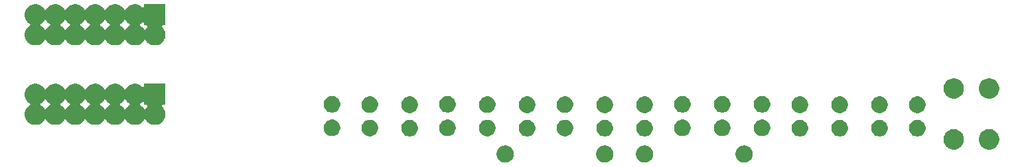
<source format=gbr>
G04 #@! TF.GenerationSoftware,KiCad,Pcbnew,(5.1.5)-3*
G04 #@! TF.CreationDate,2021-02-24T13:15:57+01:00*
G04 #@! TF.ProjectId,Projekt,50726f6a-656b-4742-9e6b-696361645f70,rev?*
G04 #@! TF.SameCoordinates,PX3778af0PY9765530*
G04 #@! TF.FileFunction,Soldermask,Top*
G04 #@! TF.FilePolarity,Negative*
%FSLAX46Y46*%
G04 Gerber Fmt 4.6, Leading zero omitted, Abs format (unit mm)*
G04 Created by KiCad (PCBNEW (5.1.5)-3) date 2021-02-24 13:15:57*
%MOMM*%
%LPD*%
G04 APERTURE LIST*
%ADD10C,0.100000*%
G04 APERTURE END LIST*
D10*
G36*
X99528599Y6412864D02*
G01*
X99634860Y6391727D01*
X99835047Y6308807D01*
X100015209Y6188426D01*
X100168426Y6035209D01*
X100288807Y5855047D01*
X100371727Y5654860D01*
X100414000Y5442339D01*
X100414000Y5225661D01*
X100371727Y5013140D01*
X100288807Y4812953D01*
X100168426Y4632791D01*
X100015209Y4479574D01*
X99835047Y4359193D01*
X99634860Y4276273D01*
X99528600Y4255137D01*
X99422341Y4234000D01*
X99205659Y4234000D01*
X99099400Y4255137D01*
X98993140Y4276273D01*
X98792953Y4359193D01*
X98612791Y4479574D01*
X98459574Y4632791D01*
X98339193Y4812953D01*
X98256273Y5013140D01*
X98214000Y5225661D01*
X98214000Y5442339D01*
X98256273Y5654860D01*
X98339193Y5855047D01*
X98459574Y6035209D01*
X98612791Y6188426D01*
X98792953Y6308807D01*
X98993140Y6391727D01*
X99099401Y6412864D01*
X99205659Y6434000D01*
X99422341Y6434000D01*
X99528599Y6412864D01*
G37*
G36*
X69048599Y6412864D02*
G01*
X69154860Y6391727D01*
X69355047Y6308807D01*
X69535209Y6188426D01*
X69688426Y6035209D01*
X69808807Y5855047D01*
X69891727Y5654860D01*
X69934000Y5442339D01*
X69934000Y5225661D01*
X69891727Y5013140D01*
X69808807Y4812953D01*
X69688426Y4632791D01*
X69535209Y4479574D01*
X69355047Y4359193D01*
X69154860Y4276273D01*
X69048600Y4255137D01*
X68942341Y4234000D01*
X68725659Y4234000D01*
X68619400Y4255137D01*
X68513140Y4276273D01*
X68312953Y4359193D01*
X68132791Y4479574D01*
X67979574Y4632791D01*
X67859193Y4812953D01*
X67776273Y5013140D01*
X67734000Y5225661D01*
X67734000Y5442339D01*
X67776273Y5654860D01*
X67859193Y5855047D01*
X67979574Y6035209D01*
X68132791Y6188426D01*
X68312953Y6308807D01*
X68513140Y6391727D01*
X68619401Y6412864D01*
X68725659Y6434000D01*
X68942341Y6434000D01*
X69048599Y6412864D01*
G37*
G36*
X81748599Y6412864D02*
G01*
X81854860Y6391727D01*
X82055047Y6308807D01*
X82235209Y6188426D01*
X82388426Y6035209D01*
X82508807Y5855047D01*
X82591727Y5654860D01*
X82634000Y5442339D01*
X82634000Y5225661D01*
X82591727Y5013140D01*
X82508807Y4812953D01*
X82388426Y4632791D01*
X82235209Y4479574D01*
X82055047Y4359193D01*
X81854860Y4276273D01*
X81748600Y4255137D01*
X81642341Y4234000D01*
X81425659Y4234000D01*
X81319400Y4255137D01*
X81213140Y4276273D01*
X81012953Y4359193D01*
X80832791Y4479574D01*
X80679574Y4632791D01*
X80559193Y4812953D01*
X80476273Y5013140D01*
X80434000Y5225661D01*
X80434000Y5442339D01*
X80476273Y5654860D01*
X80559193Y5855047D01*
X80679574Y6035209D01*
X80832791Y6188426D01*
X81012953Y6308807D01*
X81213140Y6391727D01*
X81319401Y6412864D01*
X81425659Y6434000D01*
X81642341Y6434000D01*
X81748599Y6412864D01*
G37*
G36*
X86828599Y6412864D02*
G01*
X86934860Y6391727D01*
X87135047Y6308807D01*
X87315209Y6188426D01*
X87468426Y6035209D01*
X87588807Y5855047D01*
X87671727Y5654860D01*
X87714000Y5442339D01*
X87714000Y5225661D01*
X87671727Y5013140D01*
X87588807Y4812953D01*
X87468426Y4632791D01*
X87315209Y4479574D01*
X87135047Y4359193D01*
X86934860Y4276273D01*
X86828600Y4255137D01*
X86722341Y4234000D01*
X86505659Y4234000D01*
X86399400Y4255137D01*
X86293140Y4276273D01*
X86092953Y4359193D01*
X85912791Y4479574D01*
X85759574Y4632791D01*
X85639193Y4812953D01*
X85556273Y5013140D01*
X85514000Y5225661D01*
X85514000Y5442339D01*
X85556273Y5654860D01*
X85639193Y5855047D01*
X85759574Y6035209D01*
X85912791Y6188426D01*
X86092953Y6308807D01*
X86293140Y6391727D01*
X86399401Y6412864D01*
X86505659Y6434000D01*
X86722341Y6434000D01*
X86828599Y6412864D01*
G37*
G36*
X130935196Y8466042D02*
G01*
X131171781Y8368045D01*
X131381874Y8227666D01*
X131384705Y8225774D01*
X131565774Y8044705D01*
X131565776Y8044702D01*
X131708045Y7831781D01*
X131806042Y7595196D01*
X131856000Y7344039D01*
X131856000Y7087961D01*
X131806042Y6836804D01*
X131730246Y6653816D01*
X131708046Y6600221D01*
X131565774Y6387295D01*
X131384705Y6206226D01*
X131384702Y6206224D01*
X131171781Y6063955D01*
X130935196Y5965958D01*
X130684039Y5916000D01*
X130427961Y5916000D01*
X130176804Y5965958D01*
X129940219Y6063955D01*
X129727298Y6206224D01*
X129727295Y6206226D01*
X129546226Y6387295D01*
X129403954Y6600221D01*
X129381754Y6653816D01*
X129305958Y6836804D01*
X129256000Y7087961D01*
X129256000Y7344039D01*
X129305958Y7595196D01*
X129403955Y7831781D01*
X129546224Y8044702D01*
X129546226Y8044705D01*
X129727295Y8225774D01*
X129730126Y8227666D01*
X129940219Y8368045D01*
X130176804Y8466042D01*
X130427961Y8516000D01*
X130684039Y8516000D01*
X130935196Y8466042D01*
G37*
G36*
X126435196Y8466042D02*
G01*
X126671781Y8368045D01*
X126881874Y8227666D01*
X126884705Y8225774D01*
X127065774Y8044705D01*
X127065776Y8044702D01*
X127208045Y7831781D01*
X127306042Y7595196D01*
X127356000Y7344039D01*
X127356000Y7087961D01*
X127306042Y6836804D01*
X127230246Y6653816D01*
X127208046Y6600221D01*
X127065774Y6387295D01*
X126884705Y6206226D01*
X126884702Y6206224D01*
X126671781Y6063955D01*
X126435196Y5965958D01*
X126184039Y5916000D01*
X125927961Y5916000D01*
X125676804Y5965958D01*
X125440219Y6063955D01*
X125227298Y6206224D01*
X125227295Y6206226D01*
X125046226Y6387295D01*
X124903954Y6600221D01*
X124881754Y6653816D01*
X124805958Y6836804D01*
X124756000Y7087961D01*
X124756000Y7344039D01*
X124805958Y7595196D01*
X124903955Y7831781D01*
X125046224Y8044702D01*
X125046226Y8044705D01*
X125227295Y8225774D01*
X125230126Y8227666D01*
X125440219Y8368045D01*
X125676804Y8466042D01*
X125927961Y8516000D01*
X126184039Y8516000D01*
X126435196Y8466042D01*
G37*
G36*
X86923774Y9657188D02*
G01*
X87117046Y9577133D01*
X87290986Y9460910D01*
X87438910Y9312986D01*
X87555133Y9139046D01*
X87635188Y8945774D01*
X87676000Y8740598D01*
X87676000Y8531402D01*
X87635188Y8326226D01*
X87555133Y8132954D01*
X87438910Y7959014D01*
X87290986Y7811090D01*
X87117046Y7694867D01*
X86923774Y7614812D01*
X86718598Y7574000D01*
X86509402Y7574000D01*
X86304226Y7614812D01*
X86110954Y7694867D01*
X85937014Y7811090D01*
X85789090Y7959014D01*
X85672867Y8132954D01*
X85592812Y8326226D01*
X85552000Y8531402D01*
X85552000Y8740598D01*
X85592812Y8945774D01*
X85672867Y9139046D01*
X85789090Y9312986D01*
X85937014Y9460910D01*
X86110954Y9577133D01*
X86304226Y9657188D01*
X86509402Y9698000D01*
X86718598Y9698000D01*
X86923774Y9657188D01*
G37*
G36*
X71937774Y9657188D02*
G01*
X72131046Y9577133D01*
X72304986Y9460910D01*
X72452910Y9312986D01*
X72569133Y9139046D01*
X72649188Y8945774D01*
X72690000Y8740598D01*
X72690000Y8531402D01*
X72649188Y8326226D01*
X72569133Y8132954D01*
X72452910Y7959014D01*
X72304986Y7811090D01*
X72131046Y7694867D01*
X71937774Y7614812D01*
X71732598Y7574000D01*
X71523402Y7574000D01*
X71318226Y7614812D01*
X71124954Y7694867D01*
X70951014Y7811090D01*
X70803090Y7959014D01*
X70686867Y8132954D01*
X70606812Y8326226D01*
X70566000Y8531402D01*
X70566000Y8740598D01*
X70606812Y8945774D01*
X70686867Y9139046D01*
X70803090Y9312986D01*
X70951014Y9460910D01*
X71124954Y9577133D01*
X71318226Y9657188D01*
X71523402Y9698000D01*
X71732598Y9698000D01*
X71937774Y9657188D01*
G37*
G36*
X56951774Y9657188D02*
G01*
X57145046Y9577133D01*
X57318986Y9460910D01*
X57466910Y9312986D01*
X57583133Y9139046D01*
X57663188Y8945774D01*
X57704000Y8740598D01*
X57704000Y8531402D01*
X57663188Y8326226D01*
X57583133Y8132954D01*
X57466910Y7959014D01*
X57318986Y7811090D01*
X57145046Y7694867D01*
X56951774Y7614812D01*
X56746598Y7574000D01*
X56537402Y7574000D01*
X56332226Y7614812D01*
X56138954Y7694867D01*
X55965014Y7811090D01*
X55817090Y7959014D01*
X55700867Y8132954D01*
X55620812Y8326226D01*
X55580000Y8531402D01*
X55580000Y8740598D01*
X55620812Y8945774D01*
X55700867Y9139046D01*
X55817090Y9312986D01*
X55965014Y9460910D01*
X56138954Y9577133D01*
X56332226Y9657188D01*
X56537402Y9698000D01*
X56746598Y9698000D01*
X56951774Y9657188D01*
G37*
G36*
X106735774Y9657188D02*
G01*
X106929046Y9577133D01*
X107102986Y9460910D01*
X107250910Y9312986D01*
X107367133Y9139046D01*
X107447188Y8945774D01*
X107488000Y8740598D01*
X107488000Y8531402D01*
X107447188Y8326226D01*
X107367133Y8132954D01*
X107250910Y7959014D01*
X107102986Y7811090D01*
X106929046Y7694867D01*
X106735774Y7614812D01*
X106530598Y7574000D01*
X106321402Y7574000D01*
X106116226Y7614812D01*
X105922954Y7694867D01*
X105749014Y7811090D01*
X105601090Y7959014D01*
X105484867Y8132954D01*
X105404812Y8326226D01*
X105364000Y8531402D01*
X105364000Y8740598D01*
X105404812Y8945774D01*
X105484867Y9139046D01*
X105601090Y9312986D01*
X105749014Y9460910D01*
X105922954Y9577133D01*
X106116226Y9657188D01*
X106321402Y9698000D01*
X106530598Y9698000D01*
X106735774Y9657188D01*
G37*
G36*
X121721774Y9657188D02*
G01*
X121915046Y9577133D01*
X122088986Y9460910D01*
X122236910Y9312986D01*
X122353133Y9139046D01*
X122433188Y8945774D01*
X122474000Y8740598D01*
X122474000Y8531402D01*
X122433188Y8326226D01*
X122353133Y8132954D01*
X122236910Y7959014D01*
X122088986Y7811090D01*
X121915046Y7694867D01*
X121721774Y7614812D01*
X121516598Y7574000D01*
X121307402Y7574000D01*
X121102226Y7614812D01*
X120908954Y7694867D01*
X120735014Y7811090D01*
X120587090Y7959014D01*
X120470867Y8132954D01*
X120390812Y8326226D01*
X120350000Y8531402D01*
X120350000Y8740598D01*
X120390812Y8945774D01*
X120470867Y9139046D01*
X120587090Y9312986D01*
X120735014Y9460910D01*
X120908954Y9577133D01*
X121102226Y9657188D01*
X121307402Y9698000D01*
X121516598Y9698000D01*
X121721774Y9657188D01*
G37*
G36*
X111815774Y9657188D02*
G01*
X112009046Y9577133D01*
X112182986Y9460910D01*
X112330910Y9312986D01*
X112447133Y9139046D01*
X112527188Y8945774D01*
X112568000Y8740598D01*
X112568000Y8531402D01*
X112527188Y8326226D01*
X112447133Y8132954D01*
X112330910Y7959014D01*
X112182986Y7811090D01*
X112009046Y7694867D01*
X111815774Y7614812D01*
X111610598Y7574000D01*
X111401402Y7574000D01*
X111196226Y7614812D01*
X111002954Y7694867D01*
X110829014Y7811090D01*
X110681090Y7959014D01*
X110564867Y8132954D01*
X110484812Y8326226D01*
X110444000Y8531402D01*
X110444000Y8740598D01*
X110484812Y8945774D01*
X110564867Y9139046D01*
X110681090Y9312986D01*
X110829014Y9460910D01*
X111002954Y9577133D01*
X111196226Y9657188D01*
X111401402Y9698000D01*
X111610598Y9698000D01*
X111815774Y9657188D01*
G37*
G36*
X81843774Y9657188D02*
G01*
X82037046Y9577133D01*
X82210986Y9460910D01*
X82358910Y9312986D01*
X82475133Y9139046D01*
X82555188Y8945774D01*
X82596000Y8740598D01*
X82596000Y8531402D01*
X82555188Y8326226D01*
X82475133Y8132954D01*
X82358910Y7959014D01*
X82210986Y7811090D01*
X82037046Y7694867D01*
X81843774Y7614812D01*
X81638598Y7574000D01*
X81429402Y7574000D01*
X81224226Y7614812D01*
X81030954Y7694867D01*
X80857014Y7811090D01*
X80709090Y7959014D01*
X80592867Y8132954D01*
X80512812Y8326226D01*
X80472000Y8531402D01*
X80472000Y8740598D01*
X80512812Y8945774D01*
X80592867Y9139046D01*
X80709090Y9312986D01*
X80857014Y9460910D01*
X81030954Y9577133D01*
X81224226Y9657188D01*
X81429402Y9698000D01*
X81638598Y9698000D01*
X81843774Y9657188D01*
G37*
G36*
X116895774Y9657188D02*
G01*
X117089046Y9577133D01*
X117262986Y9460910D01*
X117410910Y9312986D01*
X117527133Y9139046D01*
X117607188Y8945774D01*
X117648000Y8740598D01*
X117648000Y8531402D01*
X117607188Y8326226D01*
X117527133Y8132954D01*
X117410910Y7959014D01*
X117262986Y7811090D01*
X117089046Y7694867D01*
X116895774Y7614812D01*
X116690598Y7574000D01*
X116481402Y7574000D01*
X116276226Y7614812D01*
X116082954Y7694867D01*
X115909014Y7811090D01*
X115761090Y7959014D01*
X115644867Y8132954D01*
X115564812Y8326226D01*
X115524000Y8531402D01*
X115524000Y8740598D01*
X115564812Y8945774D01*
X115644867Y9139046D01*
X115761090Y9312986D01*
X115909014Y9460910D01*
X116082954Y9577133D01*
X116276226Y9657188D01*
X116481402Y9698000D01*
X116690598Y9698000D01*
X116895774Y9657188D01*
G37*
G36*
X76763774Y9681188D02*
G01*
X76957046Y9601133D01*
X77130986Y9484910D01*
X77278910Y9336986D01*
X77395133Y9163046D01*
X77475188Y8969774D01*
X77516000Y8764598D01*
X77516000Y8555402D01*
X77475188Y8350226D01*
X77395133Y8156954D01*
X77278910Y7983014D01*
X77130986Y7835090D01*
X76957046Y7718867D01*
X76763774Y7638812D01*
X76558598Y7598000D01*
X76349402Y7598000D01*
X76144226Y7638812D01*
X75950954Y7718867D01*
X75777014Y7835090D01*
X75629090Y7983014D01*
X75512867Y8156954D01*
X75432812Y8350226D01*
X75392000Y8555402D01*
X75392000Y8764598D01*
X75432812Y8969774D01*
X75512867Y9163046D01*
X75629090Y9336986D01*
X75777014Y9484910D01*
X75950954Y9601133D01*
X76144226Y9681188D01*
X76349402Y9722000D01*
X76558598Y9722000D01*
X76763774Y9681188D01*
G37*
G36*
X51871774Y9681188D02*
G01*
X52065046Y9601133D01*
X52238986Y9484910D01*
X52386910Y9336986D01*
X52503133Y9163046D01*
X52583188Y8969774D01*
X52624000Y8764598D01*
X52624000Y8555402D01*
X52583188Y8350226D01*
X52503133Y8156954D01*
X52386910Y7983014D01*
X52238986Y7835090D01*
X52065046Y7718867D01*
X51871774Y7638812D01*
X51666598Y7598000D01*
X51457402Y7598000D01*
X51252226Y7638812D01*
X51058954Y7718867D01*
X50885014Y7835090D01*
X50737090Y7983014D01*
X50620867Y8156954D01*
X50540812Y8350226D01*
X50500000Y8555402D01*
X50500000Y8764598D01*
X50540812Y8969774D01*
X50620867Y9163046D01*
X50737090Y9336986D01*
X50885014Y9484910D01*
X51058954Y9601133D01*
X51252226Y9681188D01*
X51457402Y9722000D01*
X51666598Y9722000D01*
X51871774Y9681188D01*
G37*
G36*
X66857774Y9681188D02*
G01*
X67051046Y9601133D01*
X67224986Y9484910D01*
X67372910Y9336986D01*
X67489133Y9163046D01*
X67569188Y8969774D01*
X67610000Y8764598D01*
X67610000Y8555402D01*
X67569188Y8350226D01*
X67489133Y8156954D01*
X67372910Y7983014D01*
X67224986Y7835090D01*
X67051046Y7718867D01*
X66857774Y7638812D01*
X66652598Y7598000D01*
X66443402Y7598000D01*
X66238226Y7638812D01*
X66044954Y7718867D01*
X65871014Y7835090D01*
X65723090Y7983014D01*
X65606867Y8156954D01*
X65526812Y8350226D01*
X65486000Y8555402D01*
X65486000Y8764598D01*
X65526812Y8969774D01*
X65606867Y9163046D01*
X65723090Y9336986D01*
X65871014Y9484910D01*
X66044954Y9601133D01*
X66238226Y9681188D01*
X66443402Y9722000D01*
X66652598Y9722000D01*
X66857774Y9681188D01*
G37*
G36*
X91749774Y9705188D02*
G01*
X91943046Y9625133D01*
X92116986Y9508910D01*
X92264910Y9360986D01*
X92381133Y9187046D01*
X92461188Y8993774D01*
X92502000Y8788598D01*
X92502000Y8579402D01*
X92461188Y8374226D01*
X92381133Y8180954D01*
X92264910Y8007014D01*
X92116986Y7859090D01*
X91943046Y7742867D01*
X91749774Y7662812D01*
X91544598Y7622000D01*
X91335402Y7622000D01*
X91130226Y7662812D01*
X90936954Y7742867D01*
X90763014Y7859090D01*
X90615090Y8007014D01*
X90498867Y8180954D01*
X90418812Y8374226D01*
X90378000Y8579402D01*
X90378000Y8788598D01*
X90418812Y8993774D01*
X90498867Y9187046D01*
X90615090Y9360986D01*
X90763014Y9508910D01*
X90936954Y9625133D01*
X91130226Y9705188D01*
X91335402Y9746000D01*
X91544598Y9746000D01*
X91749774Y9705188D01*
G37*
G36*
X96829774Y9705188D02*
G01*
X97023046Y9625133D01*
X97196986Y9508910D01*
X97344910Y9360986D01*
X97461133Y9187046D01*
X97541188Y8993774D01*
X97582000Y8788598D01*
X97582000Y8579402D01*
X97541188Y8374226D01*
X97461133Y8180954D01*
X97344910Y8007014D01*
X97196986Y7859090D01*
X97023046Y7742867D01*
X96829774Y7662812D01*
X96624598Y7622000D01*
X96415402Y7622000D01*
X96210226Y7662812D01*
X96016954Y7742867D01*
X95843014Y7859090D01*
X95695090Y8007014D01*
X95578867Y8180954D01*
X95498812Y8374226D01*
X95458000Y8579402D01*
X95458000Y8788598D01*
X95498812Y8993774D01*
X95578867Y9187046D01*
X95695090Y9360986D01*
X95843014Y9508910D01*
X96016954Y9625133D01*
X96210226Y9705188D01*
X96415402Y9746000D01*
X96624598Y9746000D01*
X96829774Y9705188D01*
G37*
G36*
X101909774Y9705188D02*
G01*
X102103046Y9625133D01*
X102276986Y9508910D01*
X102424910Y9360986D01*
X102541133Y9187046D01*
X102621188Y8993774D01*
X102662000Y8788598D01*
X102662000Y8579402D01*
X102621188Y8374226D01*
X102541133Y8180954D01*
X102424910Y8007014D01*
X102276986Y7859090D01*
X102103046Y7742867D01*
X101909774Y7662812D01*
X101704598Y7622000D01*
X101495402Y7622000D01*
X101290226Y7662812D01*
X101096954Y7742867D01*
X100923014Y7859090D01*
X100775090Y8007014D01*
X100658867Y8180954D01*
X100578812Y8374226D01*
X100538000Y8579402D01*
X100538000Y8788598D01*
X100578812Y8993774D01*
X100658867Y9187046D01*
X100775090Y9360986D01*
X100923014Y9508910D01*
X101096954Y9625133D01*
X101290226Y9705188D01*
X101495402Y9746000D01*
X101704598Y9746000D01*
X101909774Y9705188D01*
G37*
G36*
X61777774Y9705188D02*
G01*
X61971046Y9625133D01*
X62144986Y9508910D01*
X62292910Y9360986D01*
X62409133Y9187046D01*
X62489188Y8993774D01*
X62530000Y8788598D01*
X62530000Y8579402D01*
X62489188Y8374226D01*
X62409133Y8180954D01*
X62292910Y8007014D01*
X62144986Y7859090D01*
X61971046Y7742867D01*
X61777774Y7662812D01*
X61572598Y7622000D01*
X61363402Y7622000D01*
X61158226Y7662812D01*
X60964954Y7742867D01*
X60791014Y7859090D01*
X60643090Y8007014D01*
X60526867Y8180954D01*
X60446812Y8374226D01*
X60406000Y8579402D01*
X60406000Y8788598D01*
X60446812Y8993774D01*
X60526867Y9187046D01*
X60643090Y9360986D01*
X60791014Y9508910D01*
X60964954Y9625133D01*
X61158226Y9705188D01*
X61363402Y9746000D01*
X61572598Y9746000D01*
X61777774Y9705188D01*
G37*
G36*
X47045774Y9705188D02*
G01*
X47239046Y9625133D01*
X47412986Y9508910D01*
X47560910Y9360986D01*
X47677133Y9187046D01*
X47757188Y8993774D01*
X47798000Y8788598D01*
X47798000Y8579402D01*
X47757188Y8374226D01*
X47677133Y8180954D01*
X47560910Y8007014D01*
X47412986Y7859090D01*
X47239046Y7742867D01*
X47045774Y7662812D01*
X46840598Y7622000D01*
X46631402Y7622000D01*
X46426226Y7662812D01*
X46232954Y7742867D01*
X46059014Y7859090D01*
X45911090Y8007014D01*
X45794867Y8180954D01*
X45714812Y8374226D01*
X45674000Y8579402D01*
X45674000Y8788598D01*
X45714812Y8993774D01*
X45794867Y9187046D01*
X45911090Y9360986D01*
X46059014Y9508910D01*
X46232954Y9625133D01*
X46426226Y9705188D01*
X46631402Y9746000D01*
X46840598Y9746000D01*
X47045774Y9705188D01*
G37*
G36*
X9283782Y14252120D02*
G01*
X9529463Y14150355D01*
X9529465Y14150354D01*
X9745424Y14006055D01*
X9750578Y14002611D01*
X9938614Y13814575D01*
X10035281Y13669903D01*
X10053935Y13647173D01*
X10076665Y13628518D01*
X10102598Y13614657D01*
X10130737Y13606121D01*
X10160000Y13603239D01*
X10189264Y13606121D01*
X10217402Y13614657D01*
X10243335Y13628519D01*
X10266065Y13647173D01*
X10284719Y13669903D01*
X10381386Y13814575D01*
X10569422Y14002611D01*
X10574576Y14006055D01*
X10790535Y14150354D01*
X10790537Y14150355D01*
X11036218Y14252120D01*
X11297037Y14304000D01*
X11562963Y14304000D01*
X11823782Y14252120D01*
X12069463Y14150355D01*
X12069465Y14150354D01*
X12285424Y14006055D01*
X12290578Y14002611D01*
X12478614Y13814575D01*
X12575281Y13669903D01*
X12593935Y13647173D01*
X12616665Y13628518D01*
X12642598Y13614657D01*
X12670737Y13606121D01*
X12700000Y13603239D01*
X12729264Y13606121D01*
X12757402Y13614657D01*
X12783335Y13628519D01*
X12806065Y13647173D01*
X12824719Y13669903D01*
X12921386Y13814575D01*
X13109422Y14002611D01*
X13114576Y14006055D01*
X13330535Y14150354D01*
X13330537Y14150355D01*
X13576218Y14252120D01*
X13837037Y14304000D01*
X14102963Y14304000D01*
X14363782Y14252120D01*
X14609463Y14150355D01*
X14609465Y14150354D01*
X14825424Y14006055D01*
X14830578Y14002611D01*
X15018614Y13814575D01*
X15115281Y13669903D01*
X15133935Y13647173D01*
X15156665Y13628518D01*
X15182598Y13614657D01*
X15210737Y13606121D01*
X15240000Y13603239D01*
X15269264Y13606121D01*
X15297402Y13614657D01*
X15323335Y13628519D01*
X15346065Y13647173D01*
X15364719Y13669903D01*
X15461386Y13814575D01*
X15649422Y14002611D01*
X15654576Y14006055D01*
X15870535Y14150354D01*
X15870537Y14150355D01*
X16116218Y14252120D01*
X16377037Y14304000D01*
X16642963Y14304000D01*
X16903782Y14252120D01*
X17149463Y14150355D01*
X17149465Y14150354D01*
X17365424Y14006055D01*
X17370578Y14002611D01*
X17558614Y13814575D01*
X17655281Y13669903D01*
X17673935Y13647173D01*
X17696665Y13628518D01*
X17722598Y13614657D01*
X17750737Y13606121D01*
X17780000Y13603239D01*
X17809264Y13606121D01*
X17837402Y13614657D01*
X17863335Y13628519D01*
X17886065Y13647173D01*
X17904719Y13669903D01*
X18001386Y13814575D01*
X18189422Y14002611D01*
X18194576Y14006055D01*
X18410535Y14150354D01*
X18410537Y14150355D01*
X18656218Y14252120D01*
X18917037Y14304000D01*
X19182963Y14304000D01*
X19443782Y14252120D01*
X19689463Y14150355D01*
X19689465Y14150354D01*
X19905424Y14006055D01*
X19910578Y14002611D01*
X20098614Y13814575D01*
X20195281Y13669903D01*
X20213935Y13647173D01*
X20236665Y13628518D01*
X20262598Y13614657D01*
X20290737Y13606121D01*
X20320000Y13603239D01*
X20349264Y13606121D01*
X20377402Y13614657D01*
X20403335Y13628519D01*
X20426065Y13647173D01*
X20444719Y13669903D01*
X20541386Y13814575D01*
X20729422Y14002611D01*
X20734576Y14006055D01*
X20950535Y14150354D01*
X20950537Y14150355D01*
X21196218Y14252120D01*
X21457037Y14304000D01*
X21722963Y14304000D01*
X21983782Y14252120D01*
X22229463Y14150355D01*
X22229465Y14150354D01*
X22445424Y14006055D01*
X22450578Y14002611D01*
X22523936Y13929253D01*
X22546666Y13910598D01*
X22572599Y13896737D01*
X22600738Y13888201D01*
X22630001Y13885319D01*
X22659264Y13888201D01*
X22687403Y13896737D01*
X22713336Y13910598D01*
X22736066Y13929253D01*
X22754721Y13951983D01*
X22768582Y13977916D01*
X22777118Y14006055D01*
X22780000Y14035318D01*
X22780000Y14304000D01*
X25480000Y14304000D01*
X25480000Y11604000D01*
X25211318Y11604000D01*
X25182055Y11601118D01*
X25153916Y11592582D01*
X25127983Y11578721D01*
X25105253Y11560066D01*
X25086598Y11537336D01*
X25072737Y11511403D01*
X25064201Y11483264D01*
X25061319Y11454001D01*
X25064201Y11424738D01*
X25072737Y11396599D01*
X25086598Y11370666D01*
X25105253Y11347936D01*
X25178611Y11274578D01*
X25178613Y11274575D01*
X25317898Y11066121D01*
X25326355Y11053463D01*
X25428120Y10807782D01*
X25480000Y10546963D01*
X25480000Y10281037D01*
X25428120Y10020218D01*
X25326355Y9774537D01*
X25326354Y9774535D01*
X25180577Y9556364D01*
X25178611Y9553422D01*
X24990578Y9365389D01*
X24990575Y9365387D01*
X24769465Y9217646D01*
X24769464Y9217645D01*
X24769463Y9217645D01*
X24523782Y9115880D01*
X24262963Y9064000D01*
X23997037Y9064000D01*
X23736218Y9115880D01*
X23490537Y9217645D01*
X23490536Y9217645D01*
X23490535Y9217646D01*
X23269425Y9365387D01*
X23269422Y9365389D01*
X23081386Y9553425D01*
X22984719Y9698097D01*
X22966065Y9720827D01*
X22943335Y9739482D01*
X22917402Y9753343D01*
X22889263Y9761879D01*
X22860000Y9764761D01*
X22830736Y9761879D01*
X22802598Y9753343D01*
X22776665Y9739481D01*
X22753935Y9720827D01*
X22735281Y9698097D01*
X22638614Y9553425D01*
X22450578Y9365389D01*
X22450575Y9365387D01*
X22229465Y9217646D01*
X22229464Y9217645D01*
X22229463Y9217645D01*
X21983782Y9115880D01*
X21722963Y9064000D01*
X21457037Y9064000D01*
X21196218Y9115880D01*
X20950537Y9217645D01*
X20950536Y9217645D01*
X20950535Y9217646D01*
X20729425Y9365387D01*
X20729422Y9365389D01*
X20541386Y9553425D01*
X20444719Y9698097D01*
X20426065Y9720827D01*
X20403335Y9739482D01*
X20377402Y9753343D01*
X20349263Y9761879D01*
X20320000Y9764761D01*
X20290736Y9761879D01*
X20262598Y9753343D01*
X20236665Y9739481D01*
X20213935Y9720827D01*
X20195281Y9698097D01*
X20098614Y9553425D01*
X19910578Y9365389D01*
X19910575Y9365387D01*
X19689465Y9217646D01*
X19689464Y9217645D01*
X19689463Y9217645D01*
X19443782Y9115880D01*
X19182963Y9064000D01*
X18917037Y9064000D01*
X18656218Y9115880D01*
X18410537Y9217645D01*
X18410536Y9217645D01*
X18410535Y9217646D01*
X18189425Y9365387D01*
X18189422Y9365389D01*
X18001386Y9553425D01*
X17904719Y9698097D01*
X17886065Y9720827D01*
X17863335Y9739482D01*
X17837402Y9753343D01*
X17809263Y9761879D01*
X17780000Y9764761D01*
X17750736Y9761879D01*
X17722598Y9753343D01*
X17696665Y9739481D01*
X17673935Y9720827D01*
X17655281Y9698097D01*
X17558614Y9553425D01*
X17370578Y9365389D01*
X17370575Y9365387D01*
X17149465Y9217646D01*
X17149464Y9217645D01*
X17149463Y9217645D01*
X16903782Y9115880D01*
X16642963Y9064000D01*
X16377037Y9064000D01*
X16116218Y9115880D01*
X15870537Y9217645D01*
X15870536Y9217645D01*
X15870535Y9217646D01*
X15649425Y9365387D01*
X15649422Y9365389D01*
X15461386Y9553425D01*
X15364719Y9698097D01*
X15346065Y9720827D01*
X15323335Y9739482D01*
X15297402Y9753343D01*
X15269263Y9761879D01*
X15240000Y9764761D01*
X15210736Y9761879D01*
X15182598Y9753343D01*
X15156665Y9739481D01*
X15133935Y9720827D01*
X15115281Y9698097D01*
X15018614Y9553425D01*
X14830578Y9365389D01*
X14830575Y9365387D01*
X14609465Y9217646D01*
X14609464Y9217645D01*
X14609463Y9217645D01*
X14363782Y9115880D01*
X14102963Y9064000D01*
X13837037Y9064000D01*
X13576218Y9115880D01*
X13330537Y9217645D01*
X13330536Y9217645D01*
X13330535Y9217646D01*
X13109425Y9365387D01*
X13109422Y9365389D01*
X12921386Y9553425D01*
X12824719Y9698097D01*
X12806065Y9720827D01*
X12783335Y9739482D01*
X12757402Y9753343D01*
X12729263Y9761879D01*
X12700000Y9764761D01*
X12670736Y9761879D01*
X12642598Y9753343D01*
X12616665Y9739481D01*
X12593935Y9720827D01*
X12575281Y9698097D01*
X12478614Y9553425D01*
X12290578Y9365389D01*
X12290575Y9365387D01*
X12069465Y9217646D01*
X12069464Y9217645D01*
X12069463Y9217645D01*
X11823782Y9115880D01*
X11562963Y9064000D01*
X11297037Y9064000D01*
X11036218Y9115880D01*
X10790537Y9217645D01*
X10790536Y9217645D01*
X10790535Y9217646D01*
X10569425Y9365387D01*
X10569422Y9365389D01*
X10381386Y9553425D01*
X10284719Y9698097D01*
X10266065Y9720827D01*
X10243335Y9739482D01*
X10217402Y9753343D01*
X10189263Y9761879D01*
X10160000Y9764761D01*
X10130736Y9761879D01*
X10102598Y9753343D01*
X10076665Y9739481D01*
X10053935Y9720827D01*
X10035281Y9698097D01*
X9938614Y9553425D01*
X9750578Y9365389D01*
X9750575Y9365387D01*
X9529465Y9217646D01*
X9529464Y9217645D01*
X9529463Y9217645D01*
X9283782Y9115880D01*
X9022963Y9064000D01*
X8757037Y9064000D01*
X8496218Y9115880D01*
X8250537Y9217645D01*
X8250536Y9217645D01*
X8250535Y9217646D01*
X8029425Y9365387D01*
X8029422Y9365389D01*
X7841389Y9553422D01*
X7839423Y9556364D01*
X7693646Y9774535D01*
X7693645Y9774537D01*
X7591880Y10020218D01*
X7540000Y10281037D01*
X7540000Y10546963D01*
X7591880Y10807782D01*
X7693645Y11053463D01*
X7702103Y11066121D01*
X7841387Y11274575D01*
X7841389Y11274578D01*
X8029425Y11462614D01*
X8174097Y11559281D01*
X8196827Y11577935D01*
X8215482Y11600665D01*
X8229343Y11626598D01*
X8237879Y11654737D01*
X8240761Y11684000D01*
X9539239Y11684000D01*
X9542121Y11654736D01*
X9550657Y11626598D01*
X9564519Y11600665D01*
X9583173Y11577935D01*
X9605903Y11559281D01*
X9750575Y11462614D01*
X9938614Y11274575D01*
X10035281Y11129903D01*
X10053935Y11107173D01*
X10076665Y11088518D01*
X10102598Y11074657D01*
X10130737Y11066121D01*
X10160000Y11063239D01*
X10189264Y11066121D01*
X10217402Y11074657D01*
X10243335Y11088519D01*
X10266065Y11107173D01*
X10284719Y11129903D01*
X10381386Y11274575D01*
X10569425Y11462614D01*
X10714097Y11559281D01*
X10736827Y11577935D01*
X10755482Y11600665D01*
X10769343Y11626598D01*
X10777879Y11654737D01*
X10780761Y11684000D01*
X12079239Y11684000D01*
X12082121Y11654736D01*
X12090657Y11626598D01*
X12104519Y11600665D01*
X12123173Y11577935D01*
X12145903Y11559281D01*
X12290575Y11462614D01*
X12478614Y11274575D01*
X12575281Y11129903D01*
X12593935Y11107173D01*
X12616665Y11088518D01*
X12642598Y11074657D01*
X12670737Y11066121D01*
X12700000Y11063239D01*
X12729264Y11066121D01*
X12757402Y11074657D01*
X12783335Y11088519D01*
X12806065Y11107173D01*
X12824719Y11129903D01*
X12921386Y11274575D01*
X13109425Y11462614D01*
X13254097Y11559281D01*
X13276827Y11577935D01*
X13295482Y11600665D01*
X13309343Y11626598D01*
X13317879Y11654737D01*
X13320761Y11684000D01*
X14619239Y11684000D01*
X14622121Y11654736D01*
X14630657Y11626598D01*
X14644519Y11600665D01*
X14663173Y11577935D01*
X14685903Y11559281D01*
X14830575Y11462614D01*
X15018614Y11274575D01*
X15115281Y11129903D01*
X15133935Y11107173D01*
X15156665Y11088518D01*
X15182598Y11074657D01*
X15210737Y11066121D01*
X15240000Y11063239D01*
X15269264Y11066121D01*
X15297402Y11074657D01*
X15323335Y11088519D01*
X15346065Y11107173D01*
X15364719Y11129903D01*
X15461386Y11274575D01*
X15649425Y11462614D01*
X15794097Y11559281D01*
X15816827Y11577935D01*
X15835482Y11600665D01*
X15849343Y11626598D01*
X15857879Y11654737D01*
X15860761Y11684000D01*
X17159239Y11684000D01*
X17162121Y11654736D01*
X17170657Y11626598D01*
X17184519Y11600665D01*
X17203173Y11577935D01*
X17225903Y11559281D01*
X17370575Y11462614D01*
X17558614Y11274575D01*
X17655281Y11129903D01*
X17673935Y11107173D01*
X17696665Y11088518D01*
X17722598Y11074657D01*
X17750737Y11066121D01*
X17780000Y11063239D01*
X17809264Y11066121D01*
X17837402Y11074657D01*
X17863335Y11088519D01*
X17886065Y11107173D01*
X17904719Y11129903D01*
X18001386Y11274575D01*
X18189425Y11462614D01*
X18334097Y11559281D01*
X18356827Y11577935D01*
X18375482Y11600665D01*
X18389343Y11626598D01*
X18397879Y11654737D01*
X18400761Y11684000D01*
X19699239Y11684000D01*
X19702121Y11654736D01*
X19710657Y11626598D01*
X19724519Y11600665D01*
X19743173Y11577935D01*
X19765903Y11559281D01*
X19910575Y11462614D01*
X20098614Y11274575D01*
X20195281Y11129903D01*
X20213935Y11107173D01*
X20236665Y11088518D01*
X20262598Y11074657D01*
X20290737Y11066121D01*
X20320000Y11063239D01*
X20349264Y11066121D01*
X20377402Y11074657D01*
X20403335Y11088519D01*
X20426065Y11107173D01*
X20444719Y11129903D01*
X20541386Y11274575D01*
X20729425Y11462614D01*
X20874097Y11559281D01*
X20896827Y11577935D01*
X20915482Y11600665D01*
X20929343Y11626598D01*
X20937879Y11654737D01*
X20940761Y11684000D01*
X22239239Y11684000D01*
X22242121Y11654736D01*
X22250657Y11626598D01*
X22264519Y11600665D01*
X22283173Y11577935D01*
X22305903Y11559281D01*
X22450575Y11462614D01*
X22523936Y11389253D01*
X22546629Y11370629D01*
X22565253Y11347936D01*
X22638614Y11274575D01*
X22735281Y11129903D01*
X22753935Y11107173D01*
X22776665Y11088518D01*
X22802598Y11074657D01*
X22830737Y11066121D01*
X22860000Y11063239D01*
X22889264Y11066121D01*
X22917402Y11074657D01*
X22943335Y11088519D01*
X22966065Y11107173D01*
X22984719Y11129903D01*
X23081386Y11274575D01*
X23154747Y11347936D01*
X23173402Y11370666D01*
X23187263Y11396599D01*
X23195799Y11424738D01*
X23198681Y11454001D01*
X23195799Y11483264D01*
X23187263Y11511403D01*
X23173402Y11537336D01*
X23154747Y11560066D01*
X23132017Y11578721D01*
X23106084Y11592582D01*
X23077945Y11601118D01*
X23048682Y11604000D01*
X22780000Y11604000D01*
X22780000Y11872682D01*
X22777118Y11901945D01*
X22768582Y11930084D01*
X22754721Y11956017D01*
X22736066Y11978747D01*
X22713336Y11997402D01*
X22687403Y12011263D01*
X22659264Y12019799D01*
X22630001Y12022681D01*
X22600738Y12019799D01*
X22572599Y12011263D01*
X22546666Y11997402D01*
X22523936Y11978747D01*
X22450575Y11905386D01*
X22305903Y11808719D01*
X22283173Y11790065D01*
X22264518Y11767335D01*
X22250657Y11741402D01*
X22242121Y11713263D01*
X22239239Y11684000D01*
X20940761Y11684000D01*
X20937879Y11713264D01*
X20929343Y11741402D01*
X20915481Y11767335D01*
X20896827Y11790065D01*
X20874097Y11808719D01*
X20729425Y11905386D01*
X20541386Y12093425D01*
X20444719Y12238097D01*
X20426065Y12260827D01*
X20403335Y12279482D01*
X20377402Y12293343D01*
X20349263Y12301879D01*
X20320000Y12304761D01*
X20290736Y12301879D01*
X20262598Y12293343D01*
X20236665Y12279481D01*
X20213935Y12260827D01*
X20195281Y12238097D01*
X20098614Y12093425D01*
X19910575Y11905386D01*
X19765903Y11808719D01*
X19743173Y11790065D01*
X19724518Y11767335D01*
X19710657Y11741402D01*
X19702121Y11713263D01*
X19699239Y11684000D01*
X18400761Y11684000D01*
X18397879Y11713264D01*
X18389343Y11741402D01*
X18375481Y11767335D01*
X18356827Y11790065D01*
X18334097Y11808719D01*
X18189425Y11905386D01*
X18001386Y12093425D01*
X17904719Y12238097D01*
X17886065Y12260827D01*
X17863335Y12279482D01*
X17837402Y12293343D01*
X17809263Y12301879D01*
X17780000Y12304761D01*
X17750736Y12301879D01*
X17722598Y12293343D01*
X17696665Y12279481D01*
X17673935Y12260827D01*
X17655281Y12238097D01*
X17558614Y12093425D01*
X17370575Y11905386D01*
X17225903Y11808719D01*
X17203173Y11790065D01*
X17184518Y11767335D01*
X17170657Y11741402D01*
X17162121Y11713263D01*
X17159239Y11684000D01*
X15860761Y11684000D01*
X15857879Y11713264D01*
X15849343Y11741402D01*
X15835481Y11767335D01*
X15816827Y11790065D01*
X15794097Y11808719D01*
X15649425Y11905386D01*
X15461386Y12093425D01*
X15364719Y12238097D01*
X15346065Y12260827D01*
X15323335Y12279482D01*
X15297402Y12293343D01*
X15269263Y12301879D01*
X15240000Y12304761D01*
X15210736Y12301879D01*
X15182598Y12293343D01*
X15156665Y12279481D01*
X15133935Y12260827D01*
X15115281Y12238097D01*
X15018614Y12093425D01*
X14830575Y11905386D01*
X14685903Y11808719D01*
X14663173Y11790065D01*
X14644518Y11767335D01*
X14630657Y11741402D01*
X14622121Y11713263D01*
X14619239Y11684000D01*
X13320761Y11684000D01*
X13317879Y11713264D01*
X13309343Y11741402D01*
X13295481Y11767335D01*
X13276827Y11790065D01*
X13254097Y11808719D01*
X13109425Y11905386D01*
X12921386Y12093425D01*
X12824719Y12238097D01*
X12806065Y12260827D01*
X12783335Y12279482D01*
X12757402Y12293343D01*
X12729263Y12301879D01*
X12700000Y12304761D01*
X12670736Y12301879D01*
X12642598Y12293343D01*
X12616665Y12279481D01*
X12593935Y12260827D01*
X12575281Y12238097D01*
X12478614Y12093425D01*
X12290575Y11905386D01*
X12145903Y11808719D01*
X12123173Y11790065D01*
X12104518Y11767335D01*
X12090657Y11741402D01*
X12082121Y11713263D01*
X12079239Y11684000D01*
X10780761Y11684000D01*
X10777879Y11713264D01*
X10769343Y11741402D01*
X10755481Y11767335D01*
X10736827Y11790065D01*
X10714097Y11808719D01*
X10569425Y11905386D01*
X10381386Y12093425D01*
X10284719Y12238097D01*
X10266065Y12260827D01*
X10243335Y12279482D01*
X10217402Y12293343D01*
X10189263Y12301879D01*
X10160000Y12304761D01*
X10130736Y12301879D01*
X10102598Y12293343D01*
X10076665Y12279481D01*
X10053935Y12260827D01*
X10035281Y12238097D01*
X9938614Y12093425D01*
X9750575Y11905386D01*
X9605903Y11808719D01*
X9583173Y11790065D01*
X9564518Y11767335D01*
X9550657Y11741402D01*
X9542121Y11713263D01*
X9539239Y11684000D01*
X8240761Y11684000D01*
X8237879Y11713264D01*
X8229343Y11741402D01*
X8215481Y11767335D01*
X8196827Y11790065D01*
X8174097Y11808719D01*
X8029425Y11905386D01*
X7841389Y12093422D01*
X7778833Y12187044D01*
X7693646Y12314535D01*
X7684346Y12336986D01*
X7591880Y12560218D01*
X7540000Y12821037D01*
X7540000Y13086963D01*
X7591880Y13347782D01*
X7693645Y13593463D01*
X7702103Y13606121D01*
X7841387Y13814575D01*
X7841389Y13814578D01*
X8029422Y14002611D01*
X8034576Y14006055D01*
X8250535Y14150354D01*
X8250537Y14150355D01*
X8496218Y14252120D01*
X8757037Y14304000D01*
X9022963Y14304000D01*
X9283782Y14252120D01*
G37*
G36*
X71937774Y12657188D02*
G01*
X72131046Y12577133D01*
X72304986Y12460910D01*
X72452910Y12312986D01*
X72569133Y12139046D01*
X72649188Y11945774D01*
X72690000Y11740598D01*
X72690000Y11531402D01*
X72649188Y11326226D01*
X72569133Y11132954D01*
X72452910Y10959014D01*
X72304986Y10811090D01*
X72131046Y10694867D01*
X71937774Y10614812D01*
X71732598Y10574000D01*
X71523402Y10574000D01*
X71318226Y10614812D01*
X71124954Y10694867D01*
X70951014Y10811090D01*
X70803090Y10959014D01*
X70686867Y11132954D01*
X70606812Y11326226D01*
X70566000Y11531402D01*
X70566000Y11740598D01*
X70606812Y11945774D01*
X70686867Y12139046D01*
X70803090Y12312986D01*
X70951014Y12460910D01*
X71124954Y12577133D01*
X71318226Y12657188D01*
X71523402Y12698000D01*
X71732598Y12698000D01*
X71937774Y12657188D01*
G37*
G36*
X111815774Y12657188D02*
G01*
X112009046Y12577133D01*
X112182986Y12460910D01*
X112330910Y12312986D01*
X112447133Y12139046D01*
X112527188Y11945774D01*
X112568000Y11740598D01*
X112568000Y11531402D01*
X112527188Y11326226D01*
X112447133Y11132954D01*
X112330910Y10959014D01*
X112182986Y10811090D01*
X112009046Y10694867D01*
X111815774Y10614812D01*
X111610598Y10574000D01*
X111401402Y10574000D01*
X111196226Y10614812D01*
X111002954Y10694867D01*
X110829014Y10811090D01*
X110681090Y10959014D01*
X110564867Y11132954D01*
X110484812Y11326226D01*
X110444000Y11531402D01*
X110444000Y11740598D01*
X110484812Y11945774D01*
X110564867Y12139046D01*
X110681090Y12312986D01*
X110829014Y12460910D01*
X111002954Y12577133D01*
X111196226Y12657188D01*
X111401402Y12698000D01*
X111610598Y12698000D01*
X111815774Y12657188D01*
G37*
G36*
X116895774Y12657188D02*
G01*
X117089046Y12577133D01*
X117262986Y12460910D01*
X117410910Y12312986D01*
X117527133Y12139046D01*
X117607188Y11945774D01*
X117648000Y11740598D01*
X117648000Y11531402D01*
X117607188Y11326226D01*
X117527133Y11132954D01*
X117410910Y10959014D01*
X117262986Y10811090D01*
X117089046Y10694867D01*
X116895774Y10614812D01*
X116690598Y10574000D01*
X116481402Y10574000D01*
X116276226Y10614812D01*
X116082954Y10694867D01*
X115909014Y10811090D01*
X115761090Y10959014D01*
X115644867Y11132954D01*
X115564812Y11326226D01*
X115524000Y11531402D01*
X115524000Y11740598D01*
X115564812Y11945774D01*
X115644867Y12139046D01*
X115761090Y12312986D01*
X115909014Y12460910D01*
X116082954Y12577133D01*
X116276226Y12657188D01*
X116481402Y12698000D01*
X116690598Y12698000D01*
X116895774Y12657188D01*
G37*
G36*
X121721774Y12657188D02*
G01*
X121915046Y12577133D01*
X122088986Y12460910D01*
X122236910Y12312986D01*
X122353133Y12139046D01*
X122433188Y11945774D01*
X122474000Y11740598D01*
X122474000Y11531402D01*
X122433188Y11326226D01*
X122353133Y11132954D01*
X122236910Y10959014D01*
X122088986Y10811090D01*
X121915046Y10694867D01*
X121721774Y10614812D01*
X121516598Y10574000D01*
X121307402Y10574000D01*
X121102226Y10614812D01*
X120908954Y10694867D01*
X120735014Y10811090D01*
X120587090Y10959014D01*
X120470867Y11132954D01*
X120390812Y11326226D01*
X120350000Y11531402D01*
X120350000Y11740598D01*
X120390812Y11945774D01*
X120470867Y12139046D01*
X120587090Y12312986D01*
X120735014Y12460910D01*
X120908954Y12577133D01*
X121102226Y12657188D01*
X121307402Y12698000D01*
X121516598Y12698000D01*
X121721774Y12657188D01*
G37*
G36*
X56951774Y12657188D02*
G01*
X57145046Y12577133D01*
X57318986Y12460910D01*
X57466910Y12312986D01*
X57583133Y12139046D01*
X57663188Y11945774D01*
X57704000Y11740598D01*
X57704000Y11531402D01*
X57663188Y11326226D01*
X57583133Y11132954D01*
X57466910Y10959014D01*
X57318986Y10811090D01*
X57145046Y10694867D01*
X56951774Y10614812D01*
X56746598Y10574000D01*
X56537402Y10574000D01*
X56332226Y10614812D01*
X56138954Y10694867D01*
X55965014Y10811090D01*
X55817090Y10959014D01*
X55700867Y11132954D01*
X55620812Y11326226D01*
X55580000Y11531402D01*
X55580000Y11740598D01*
X55620812Y11945774D01*
X55700867Y12139046D01*
X55817090Y12312986D01*
X55965014Y12460910D01*
X56138954Y12577133D01*
X56332226Y12657188D01*
X56537402Y12698000D01*
X56746598Y12698000D01*
X56951774Y12657188D01*
G37*
G36*
X81843774Y12657188D02*
G01*
X82037046Y12577133D01*
X82210986Y12460910D01*
X82358910Y12312986D01*
X82475133Y12139046D01*
X82555188Y11945774D01*
X82596000Y11740598D01*
X82596000Y11531402D01*
X82555188Y11326226D01*
X82475133Y11132954D01*
X82358910Y10959014D01*
X82210986Y10811090D01*
X82037046Y10694867D01*
X81843774Y10614812D01*
X81638598Y10574000D01*
X81429402Y10574000D01*
X81224226Y10614812D01*
X81030954Y10694867D01*
X80857014Y10811090D01*
X80709090Y10959014D01*
X80592867Y11132954D01*
X80512812Y11326226D01*
X80472000Y11531402D01*
X80472000Y11740598D01*
X80512812Y11945774D01*
X80592867Y12139046D01*
X80709090Y12312986D01*
X80857014Y12460910D01*
X81030954Y12577133D01*
X81224226Y12657188D01*
X81429402Y12698000D01*
X81638598Y12698000D01*
X81843774Y12657188D01*
G37*
G36*
X106735774Y12657188D02*
G01*
X106929046Y12577133D01*
X107102986Y12460910D01*
X107250910Y12312986D01*
X107367133Y12139046D01*
X107447188Y11945774D01*
X107488000Y11740598D01*
X107488000Y11531402D01*
X107447188Y11326226D01*
X107367133Y11132954D01*
X107250910Y10959014D01*
X107102986Y10811090D01*
X106929046Y10694867D01*
X106735774Y10614812D01*
X106530598Y10574000D01*
X106321402Y10574000D01*
X106116226Y10614812D01*
X105922954Y10694867D01*
X105749014Y10811090D01*
X105601090Y10959014D01*
X105484867Y11132954D01*
X105404812Y11326226D01*
X105364000Y11531402D01*
X105364000Y11740598D01*
X105404812Y11945774D01*
X105484867Y12139046D01*
X105601090Y12312986D01*
X105749014Y12460910D01*
X105922954Y12577133D01*
X106116226Y12657188D01*
X106321402Y12698000D01*
X106530598Y12698000D01*
X106735774Y12657188D01*
G37*
G36*
X86923774Y12657188D02*
G01*
X87117046Y12577133D01*
X87290986Y12460910D01*
X87438910Y12312986D01*
X87555133Y12139046D01*
X87635188Y11945774D01*
X87676000Y11740598D01*
X87676000Y11531402D01*
X87635188Y11326226D01*
X87555133Y11132954D01*
X87438910Y10959014D01*
X87290986Y10811090D01*
X87117046Y10694867D01*
X86923774Y10614812D01*
X86718598Y10574000D01*
X86509402Y10574000D01*
X86304226Y10614812D01*
X86110954Y10694867D01*
X85937014Y10811090D01*
X85789090Y10959014D01*
X85672867Y11132954D01*
X85592812Y11326226D01*
X85552000Y11531402D01*
X85552000Y11740598D01*
X85592812Y11945774D01*
X85672867Y12139046D01*
X85789090Y12312986D01*
X85937014Y12460910D01*
X86110954Y12577133D01*
X86304226Y12657188D01*
X86509402Y12698000D01*
X86718598Y12698000D01*
X86923774Y12657188D01*
G37*
G36*
X51871774Y12681188D02*
G01*
X52065046Y12601133D01*
X52238986Y12484910D01*
X52386910Y12336986D01*
X52503133Y12163046D01*
X52583188Y11969774D01*
X52624000Y11764598D01*
X52624000Y11555402D01*
X52583188Y11350226D01*
X52503133Y11156954D01*
X52386910Y10983014D01*
X52238986Y10835090D01*
X52065046Y10718867D01*
X51871774Y10638812D01*
X51666598Y10598000D01*
X51457402Y10598000D01*
X51252226Y10638812D01*
X51058954Y10718867D01*
X50885014Y10835090D01*
X50737090Y10983014D01*
X50620867Y11156954D01*
X50540812Y11350226D01*
X50500000Y11555402D01*
X50500000Y11764598D01*
X50540812Y11969774D01*
X50620867Y12163046D01*
X50737090Y12336986D01*
X50885014Y12484910D01*
X51058954Y12601133D01*
X51252226Y12681188D01*
X51457402Y12722000D01*
X51666598Y12722000D01*
X51871774Y12681188D01*
G37*
G36*
X66857774Y12681188D02*
G01*
X67051046Y12601133D01*
X67224986Y12484910D01*
X67372910Y12336986D01*
X67489133Y12163046D01*
X67569188Y11969774D01*
X67610000Y11764598D01*
X67610000Y11555402D01*
X67569188Y11350226D01*
X67489133Y11156954D01*
X67372910Y10983014D01*
X67224986Y10835090D01*
X67051046Y10718867D01*
X66857774Y10638812D01*
X66652598Y10598000D01*
X66443402Y10598000D01*
X66238226Y10638812D01*
X66044954Y10718867D01*
X65871014Y10835090D01*
X65723090Y10983014D01*
X65606867Y11156954D01*
X65526812Y11350226D01*
X65486000Y11555402D01*
X65486000Y11764598D01*
X65526812Y11969774D01*
X65606867Y12163046D01*
X65723090Y12336986D01*
X65871014Y12484910D01*
X66044954Y12601133D01*
X66238226Y12681188D01*
X66443402Y12722000D01*
X66652598Y12722000D01*
X66857774Y12681188D01*
G37*
G36*
X76763774Y12681188D02*
G01*
X76957046Y12601133D01*
X77130986Y12484910D01*
X77278910Y12336986D01*
X77395133Y12163046D01*
X77475188Y11969774D01*
X77516000Y11764598D01*
X77516000Y11555402D01*
X77475188Y11350226D01*
X77395133Y11156954D01*
X77278910Y10983014D01*
X77130986Y10835090D01*
X76957046Y10718867D01*
X76763774Y10638812D01*
X76558598Y10598000D01*
X76349402Y10598000D01*
X76144226Y10638812D01*
X75950954Y10718867D01*
X75777014Y10835090D01*
X75629090Y10983014D01*
X75512867Y11156954D01*
X75432812Y11350226D01*
X75392000Y11555402D01*
X75392000Y11764598D01*
X75432812Y11969774D01*
X75512867Y12163046D01*
X75629090Y12336986D01*
X75777014Y12484910D01*
X75950954Y12601133D01*
X76144226Y12681188D01*
X76349402Y12722000D01*
X76558598Y12722000D01*
X76763774Y12681188D01*
G37*
G36*
X91749774Y12705188D02*
G01*
X91943046Y12625133D01*
X92116986Y12508910D01*
X92264910Y12360986D01*
X92381133Y12187046D01*
X92461188Y11993774D01*
X92502000Y11788598D01*
X92502000Y11579402D01*
X92461188Y11374226D01*
X92381133Y11180954D01*
X92264910Y11007014D01*
X92116986Y10859090D01*
X91943046Y10742867D01*
X91749774Y10662812D01*
X91544598Y10622000D01*
X91335402Y10622000D01*
X91130226Y10662812D01*
X90936954Y10742867D01*
X90763014Y10859090D01*
X90615090Y11007014D01*
X90498867Y11180954D01*
X90418812Y11374226D01*
X90378000Y11579402D01*
X90378000Y11788598D01*
X90418812Y11993774D01*
X90498867Y12187046D01*
X90615090Y12360986D01*
X90763014Y12508910D01*
X90936954Y12625133D01*
X91130226Y12705188D01*
X91335402Y12746000D01*
X91544598Y12746000D01*
X91749774Y12705188D01*
G37*
G36*
X96829774Y12705188D02*
G01*
X97023046Y12625133D01*
X97196986Y12508910D01*
X97344910Y12360986D01*
X97461133Y12187046D01*
X97541188Y11993774D01*
X97582000Y11788598D01*
X97582000Y11579402D01*
X97541188Y11374226D01*
X97461133Y11180954D01*
X97344910Y11007014D01*
X97196986Y10859090D01*
X97023046Y10742867D01*
X96829774Y10662812D01*
X96624598Y10622000D01*
X96415402Y10622000D01*
X96210226Y10662812D01*
X96016954Y10742867D01*
X95843014Y10859090D01*
X95695090Y11007014D01*
X95578867Y11180954D01*
X95498812Y11374226D01*
X95458000Y11579402D01*
X95458000Y11788598D01*
X95498812Y11993774D01*
X95578867Y12187046D01*
X95695090Y12360986D01*
X95843014Y12508910D01*
X96016954Y12625133D01*
X96210226Y12705188D01*
X96415402Y12746000D01*
X96624598Y12746000D01*
X96829774Y12705188D01*
G37*
G36*
X47045774Y12705188D02*
G01*
X47239046Y12625133D01*
X47412986Y12508910D01*
X47560910Y12360986D01*
X47677133Y12187046D01*
X47757188Y11993774D01*
X47798000Y11788598D01*
X47798000Y11579402D01*
X47757188Y11374226D01*
X47677133Y11180954D01*
X47560910Y11007014D01*
X47412986Y10859090D01*
X47239046Y10742867D01*
X47045774Y10662812D01*
X46840598Y10622000D01*
X46631402Y10622000D01*
X46426226Y10662812D01*
X46232954Y10742867D01*
X46059014Y10859090D01*
X45911090Y11007014D01*
X45794867Y11180954D01*
X45714812Y11374226D01*
X45674000Y11579402D01*
X45674000Y11788598D01*
X45714812Y11993774D01*
X45794867Y12187046D01*
X45911090Y12360986D01*
X46059014Y12508910D01*
X46232954Y12625133D01*
X46426226Y12705188D01*
X46631402Y12746000D01*
X46840598Y12746000D01*
X47045774Y12705188D01*
G37*
G36*
X101909774Y12705188D02*
G01*
X102103046Y12625133D01*
X102276986Y12508910D01*
X102424910Y12360986D01*
X102541133Y12187046D01*
X102621188Y11993774D01*
X102662000Y11788598D01*
X102662000Y11579402D01*
X102621188Y11374226D01*
X102541133Y11180954D01*
X102424910Y11007014D01*
X102276986Y10859090D01*
X102103046Y10742867D01*
X101909774Y10662812D01*
X101704598Y10622000D01*
X101495402Y10622000D01*
X101290226Y10662812D01*
X101096954Y10742867D01*
X100923014Y10859090D01*
X100775090Y11007014D01*
X100658867Y11180954D01*
X100578812Y11374226D01*
X100538000Y11579402D01*
X100538000Y11788598D01*
X100578812Y11993774D01*
X100658867Y12187046D01*
X100775090Y12360986D01*
X100923014Y12508910D01*
X101096954Y12625133D01*
X101290226Y12705188D01*
X101495402Y12746000D01*
X101704598Y12746000D01*
X101909774Y12705188D01*
G37*
G36*
X61777774Y12705188D02*
G01*
X61971046Y12625133D01*
X62144986Y12508910D01*
X62292910Y12360986D01*
X62409133Y12187046D01*
X62489188Y11993774D01*
X62530000Y11788598D01*
X62530000Y11579402D01*
X62489188Y11374226D01*
X62409133Y11180954D01*
X62292910Y11007014D01*
X62144986Y10859090D01*
X61971046Y10742867D01*
X61777774Y10662812D01*
X61572598Y10622000D01*
X61363402Y10622000D01*
X61158226Y10662812D01*
X60964954Y10742867D01*
X60791014Y10859090D01*
X60643090Y11007014D01*
X60526867Y11180954D01*
X60446812Y11374226D01*
X60406000Y11579402D01*
X60406000Y11788598D01*
X60446812Y11993774D01*
X60526867Y12187046D01*
X60643090Y12360986D01*
X60791014Y12508910D01*
X60964954Y12625133D01*
X61158226Y12705188D01*
X61363402Y12746000D01*
X61572598Y12746000D01*
X61777774Y12705188D01*
G37*
G36*
X130935196Y14966042D02*
G01*
X131171781Y14868045D01*
X131381874Y14727666D01*
X131384705Y14725774D01*
X131565774Y14544705D01*
X131565776Y14544702D01*
X131708045Y14331781D01*
X131806042Y14095196D01*
X131856000Y13844039D01*
X131856000Y13587961D01*
X131806042Y13336804D01*
X131708045Y13100219D01*
X131567666Y12890126D01*
X131565774Y12887295D01*
X131384705Y12706226D01*
X131384702Y12706224D01*
X131171781Y12563955D01*
X130935196Y12465958D01*
X130684039Y12416000D01*
X130427961Y12416000D01*
X130176804Y12465958D01*
X129940219Y12563955D01*
X129727298Y12706224D01*
X129727295Y12706226D01*
X129546226Y12887295D01*
X129544334Y12890126D01*
X129403955Y13100219D01*
X129305958Y13336804D01*
X129256000Y13587961D01*
X129256000Y13844039D01*
X129305958Y14095196D01*
X129403955Y14331781D01*
X129546224Y14544702D01*
X129546226Y14544705D01*
X129727295Y14725774D01*
X129730126Y14727666D01*
X129940219Y14868045D01*
X130176804Y14966042D01*
X130427961Y15016000D01*
X130684039Y15016000D01*
X130935196Y14966042D01*
G37*
G36*
X126435196Y14966042D02*
G01*
X126671781Y14868045D01*
X126881874Y14727666D01*
X126884705Y14725774D01*
X127065774Y14544705D01*
X127065776Y14544702D01*
X127208045Y14331781D01*
X127306042Y14095196D01*
X127356000Y13844039D01*
X127356000Y13587961D01*
X127306042Y13336804D01*
X127208045Y13100219D01*
X127067666Y12890126D01*
X127065774Y12887295D01*
X126884705Y12706226D01*
X126884702Y12706224D01*
X126671781Y12563955D01*
X126435196Y12465958D01*
X126184039Y12416000D01*
X125927961Y12416000D01*
X125676804Y12465958D01*
X125440219Y12563955D01*
X125227298Y12706224D01*
X125227295Y12706226D01*
X125046226Y12887295D01*
X125044334Y12890126D01*
X124903955Y13100219D01*
X124805958Y13336804D01*
X124756000Y13587961D01*
X124756000Y13844039D01*
X124805958Y14095196D01*
X124903955Y14331781D01*
X125046224Y14544702D01*
X125046226Y14544705D01*
X125227295Y14725774D01*
X125230126Y14727666D01*
X125440219Y14868045D01*
X125676804Y14966042D01*
X125927961Y15016000D01*
X126184039Y15016000D01*
X126435196Y14966042D01*
G37*
G36*
X9283782Y24412120D02*
G01*
X9529463Y24310355D01*
X9529465Y24310354D01*
X9745424Y24166055D01*
X9750578Y24162611D01*
X9938614Y23974575D01*
X10035281Y23829903D01*
X10053935Y23807173D01*
X10076665Y23788518D01*
X10102598Y23774657D01*
X10130737Y23766121D01*
X10160000Y23763239D01*
X10189264Y23766121D01*
X10217402Y23774657D01*
X10243335Y23788519D01*
X10266065Y23807173D01*
X10284719Y23829903D01*
X10381386Y23974575D01*
X10569422Y24162611D01*
X10574576Y24166055D01*
X10790535Y24310354D01*
X10790537Y24310355D01*
X11036218Y24412120D01*
X11297037Y24464000D01*
X11562963Y24464000D01*
X11823782Y24412120D01*
X12069463Y24310355D01*
X12069465Y24310354D01*
X12285424Y24166055D01*
X12290578Y24162611D01*
X12478614Y23974575D01*
X12575281Y23829903D01*
X12593935Y23807173D01*
X12616665Y23788518D01*
X12642598Y23774657D01*
X12670737Y23766121D01*
X12700000Y23763239D01*
X12729264Y23766121D01*
X12757402Y23774657D01*
X12783335Y23788519D01*
X12806065Y23807173D01*
X12824719Y23829903D01*
X12921386Y23974575D01*
X13109422Y24162611D01*
X13114576Y24166055D01*
X13330535Y24310354D01*
X13330537Y24310355D01*
X13576218Y24412120D01*
X13837037Y24464000D01*
X14102963Y24464000D01*
X14363782Y24412120D01*
X14609463Y24310355D01*
X14609465Y24310354D01*
X14825424Y24166055D01*
X14830578Y24162611D01*
X15018614Y23974575D01*
X15115281Y23829903D01*
X15133935Y23807173D01*
X15156665Y23788518D01*
X15182598Y23774657D01*
X15210737Y23766121D01*
X15240000Y23763239D01*
X15269264Y23766121D01*
X15297402Y23774657D01*
X15323335Y23788519D01*
X15346065Y23807173D01*
X15364719Y23829903D01*
X15461386Y23974575D01*
X15649422Y24162611D01*
X15654576Y24166055D01*
X15870535Y24310354D01*
X15870537Y24310355D01*
X16116218Y24412120D01*
X16377037Y24464000D01*
X16642963Y24464000D01*
X16903782Y24412120D01*
X17149463Y24310355D01*
X17149465Y24310354D01*
X17365424Y24166055D01*
X17370578Y24162611D01*
X17558614Y23974575D01*
X17655281Y23829903D01*
X17673935Y23807173D01*
X17696665Y23788518D01*
X17722598Y23774657D01*
X17750737Y23766121D01*
X17780000Y23763239D01*
X17809264Y23766121D01*
X17837402Y23774657D01*
X17863335Y23788519D01*
X17886065Y23807173D01*
X17904719Y23829903D01*
X18001386Y23974575D01*
X18189422Y24162611D01*
X18194576Y24166055D01*
X18410535Y24310354D01*
X18410537Y24310355D01*
X18656218Y24412120D01*
X18917037Y24464000D01*
X19182963Y24464000D01*
X19443782Y24412120D01*
X19689463Y24310355D01*
X19689465Y24310354D01*
X19905424Y24166055D01*
X19910578Y24162611D01*
X20098614Y23974575D01*
X20195281Y23829903D01*
X20213935Y23807173D01*
X20236665Y23788518D01*
X20262598Y23774657D01*
X20290737Y23766121D01*
X20320000Y23763239D01*
X20349264Y23766121D01*
X20377402Y23774657D01*
X20403335Y23788519D01*
X20426065Y23807173D01*
X20444719Y23829903D01*
X20541386Y23974575D01*
X20729422Y24162611D01*
X20734576Y24166055D01*
X20950535Y24310354D01*
X20950537Y24310355D01*
X21196218Y24412120D01*
X21457037Y24464000D01*
X21722963Y24464000D01*
X21983782Y24412120D01*
X22229463Y24310355D01*
X22229465Y24310354D01*
X22445424Y24166055D01*
X22450578Y24162611D01*
X22523936Y24089253D01*
X22546666Y24070598D01*
X22572599Y24056737D01*
X22600738Y24048201D01*
X22630001Y24045319D01*
X22659264Y24048201D01*
X22687403Y24056737D01*
X22713336Y24070598D01*
X22736066Y24089253D01*
X22754721Y24111983D01*
X22768582Y24137916D01*
X22777118Y24166055D01*
X22780000Y24195318D01*
X22780000Y24464000D01*
X25480000Y24464000D01*
X25480000Y21764000D01*
X25211318Y21764000D01*
X25182055Y21761118D01*
X25153916Y21752582D01*
X25127983Y21738721D01*
X25105253Y21720066D01*
X25086598Y21697336D01*
X25072737Y21671403D01*
X25064201Y21643264D01*
X25061319Y21614001D01*
X25064201Y21584738D01*
X25072737Y21556599D01*
X25086598Y21530666D01*
X25105253Y21507936D01*
X25178611Y21434578D01*
X25178613Y21434575D01*
X25317898Y21226121D01*
X25326355Y21213463D01*
X25428120Y20967782D01*
X25480000Y20706963D01*
X25480000Y20441037D01*
X25428120Y20180218D01*
X25326355Y19934537D01*
X25326354Y19934535D01*
X25290467Y19880827D01*
X25178611Y19713422D01*
X24990578Y19525389D01*
X24990575Y19525387D01*
X24769465Y19377646D01*
X24769464Y19377645D01*
X24769463Y19377645D01*
X24523782Y19275880D01*
X24262963Y19224000D01*
X23997037Y19224000D01*
X23736218Y19275880D01*
X23490537Y19377645D01*
X23490536Y19377645D01*
X23490535Y19377646D01*
X23269425Y19525387D01*
X23269422Y19525389D01*
X23081386Y19713425D01*
X22984719Y19858097D01*
X22966065Y19880827D01*
X22943335Y19899482D01*
X22917402Y19913343D01*
X22889263Y19921879D01*
X22860000Y19924761D01*
X22830736Y19921879D01*
X22802598Y19913343D01*
X22776665Y19899481D01*
X22753935Y19880827D01*
X22735281Y19858097D01*
X22638614Y19713425D01*
X22450578Y19525389D01*
X22450575Y19525387D01*
X22229465Y19377646D01*
X22229464Y19377645D01*
X22229463Y19377645D01*
X21983782Y19275880D01*
X21722963Y19224000D01*
X21457037Y19224000D01*
X21196218Y19275880D01*
X20950537Y19377645D01*
X20950536Y19377645D01*
X20950535Y19377646D01*
X20729425Y19525387D01*
X20729422Y19525389D01*
X20541386Y19713425D01*
X20444719Y19858097D01*
X20426065Y19880827D01*
X20403335Y19899482D01*
X20377402Y19913343D01*
X20349263Y19921879D01*
X20320000Y19924761D01*
X20290736Y19921879D01*
X20262598Y19913343D01*
X20236665Y19899481D01*
X20213935Y19880827D01*
X20195281Y19858097D01*
X20098614Y19713425D01*
X19910578Y19525389D01*
X19910575Y19525387D01*
X19689465Y19377646D01*
X19689464Y19377645D01*
X19689463Y19377645D01*
X19443782Y19275880D01*
X19182963Y19224000D01*
X18917037Y19224000D01*
X18656218Y19275880D01*
X18410537Y19377645D01*
X18410536Y19377645D01*
X18410535Y19377646D01*
X18189425Y19525387D01*
X18189422Y19525389D01*
X18001386Y19713425D01*
X17904719Y19858097D01*
X17886065Y19880827D01*
X17863335Y19899482D01*
X17837402Y19913343D01*
X17809263Y19921879D01*
X17780000Y19924761D01*
X17750736Y19921879D01*
X17722598Y19913343D01*
X17696665Y19899481D01*
X17673935Y19880827D01*
X17655281Y19858097D01*
X17558614Y19713425D01*
X17370578Y19525389D01*
X17370575Y19525387D01*
X17149465Y19377646D01*
X17149464Y19377645D01*
X17149463Y19377645D01*
X16903782Y19275880D01*
X16642963Y19224000D01*
X16377037Y19224000D01*
X16116218Y19275880D01*
X15870537Y19377645D01*
X15870536Y19377645D01*
X15870535Y19377646D01*
X15649425Y19525387D01*
X15649422Y19525389D01*
X15461386Y19713425D01*
X15364719Y19858097D01*
X15346065Y19880827D01*
X15323335Y19899482D01*
X15297402Y19913343D01*
X15269263Y19921879D01*
X15240000Y19924761D01*
X15210736Y19921879D01*
X15182598Y19913343D01*
X15156665Y19899481D01*
X15133935Y19880827D01*
X15115281Y19858097D01*
X15018614Y19713425D01*
X14830578Y19525389D01*
X14830575Y19525387D01*
X14609465Y19377646D01*
X14609464Y19377645D01*
X14609463Y19377645D01*
X14363782Y19275880D01*
X14102963Y19224000D01*
X13837037Y19224000D01*
X13576218Y19275880D01*
X13330537Y19377645D01*
X13330536Y19377645D01*
X13330535Y19377646D01*
X13109425Y19525387D01*
X13109422Y19525389D01*
X12921386Y19713425D01*
X12824719Y19858097D01*
X12806065Y19880827D01*
X12783335Y19899482D01*
X12757402Y19913343D01*
X12729263Y19921879D01*
X12700000Y19924761D01*
X12670736Y19921879D01*
X12642598Y19913343D01*
X12616665Y19899481D01*
X12593935Y19880827D01*
X12575281Y19858097D01*
X12478614Y19713425D01*
X12290578Y19525389D01*
X12290575Y19525387D01*
X12069465Y19377646D01*
X12069464Y19377645D01*
X12069463Y19377645D01*
X11823782Y19275880D01*
X11562963Y19224000D01*
X11297037Y19224000D01*
X11036218Y19275880D01*
X10790537Y19377645D01*
X10790536Y19377645D01*
X10790535Y19377646D01*
X10569425Y19525387D01*
X10569422Y19525389D01*
X10381386Y19713425D01*
X10284719Y19858097D01*
X10266065Y19880827D01*
X10243335Y19899482D01*
X10217402Y19913343D01*
X10189263Y19921879D01*
X10160000Y19924761D01*
X10130736Y19921879D01*
X10102598Y19913343D01*
X10076665Y19899481D01*
X10053935Y19880827D01*
X10035281Y19858097D01*
X9938614Y19713425D01*
X9750578Y19525389D01*
X9750575Y19525387D01*
X9529465Y19377646D01*
X9529464Y19377645D01*
X9529463Y19377645D01*
X9283782Y19275880D01*
X9022963Y19224000D01*
X8757037Y19224000D01*
X8496218Y19275880D01*
X8250537Y19377645D01*
X8250536Y19377645D01*
X8250535Y19377646D01*
X8029425Y19525387D01*
X8029422Y19525389D01*
X7841389Y19713422D01*
X7729533Y19880827D01*
X7693646Y19934535D01*
X7693645Y19934537D01*
X7591880Y20180218D01*
X7540000Y20441037D01*
X7540000Y20706963D01*
X7591880Y20967782D01*
X7693645Y21213463D01*
X7702103Y21226121D01*
X7841387Y21434575D01*
X7841389Y21434578D01*
X8029425Y21622614D01*
X8174097Y21719281D01*
X8196827Y21737935D01*
X8215482Y21760665D01*
X8229343Y21786598D01*
X8237879Y21814737D01*
X8240761Y21844000D01*
X9539239Y21844000D01*
X9542121Y21814736D01*
X9550657Y21786598D01*
X9564519Y21760665D01*
X9583173Y21737935D01*
X9605903Y21719281D01*
X9750575Y21622614D01*
X9938614Y21434575D01*
X10035281Y21289903D01*
X10053935Y21267173D01*
X10076665Y21248518D01*
X10102598Y21234657D01*
X10130737Y21226121D01*
X10160000Y21223239D01*
X10189264Y21226121D01*
X10217402Y21234657D01*
X10243335Y21248519D01*
X10266065Y21267173D01*
X10284719Y21289903D01*
X10381386Y21434575D01*
X10569425Y21622614D01*
X10714097Y21719281D01*
X10736827Y21737935D01*
X10755482Y21760665D01*
X10769343Y21786598D01*
X10777879Y21814737D01*
X10780761Y21844000D01*
X12079239Y21844000D01*
X12082121Y21814736D01*
X12090657Y21786598D01*
X12104519Y21760665D01*
X12123173Y21737935D01*
X12145903Y21719281D01*
X12290575Y21622614D01*
X12478614Y21434575D01*
X12575281Y21289903D01*
X12593935Y21267173D01*
X12616665Y21248518D01*
X12642598Y21234657D01*
X12670737Y21226121D01*
X12700000Y21223239D01*
X12729264Y21226121D01*
X12757402Y21234657D01*
X12783335Y21248519D01*
X12806065Y21267173D01*
X12824719Y21289903D01*
X12921386Y21434575D01*
X13109425Y21622614D01*
X13254097Y21719281D01*
X13276827Y21737935D01*
X13295482Y21760665D01*
X13309343Y21786598D01*
X13317879Y21814737D01*
X13320761Y21844000D01*
X14619239Y21844000D01*
X14622121Y21814736D01*
X14630657Y21786598D01*
X14644519Y21760665D01*
X14663173Y21737935D01*
X14685903Y21719281D01*
X14830575Y21622614D01*
X15018614Y21434575D01*
X15115281Y21289903D01*
X15133935Y21267173D01*
X15156665Y21248518D01*
X15182598Y21234657D01*
X15210737Y21226121D01*
X15240000Y21223239D01*
X15269264Y21226121D01*
X15297402Y21234657D01*
X15323335Y21248519D01*
X15346065Y21267173D01*
X15364719Y21289903D01*
X15461386Y21434575D01*
X15649425Y21622614D01*
X15794097Y21719281D01*
X15816827Y21737935D01*
X15835482Y21760665D01*
X15849343Y21786598D01*
X15857879Y21814737D01*
X15860761Y21844000D01*
X17159239Y21844000D01*
X17162121Y21814736D01*
X17170657Y21786598D01*
X17184519Y21760665D01*
X17203173Y21737935D01*
X17225903Y21719281D01*
X17370575Y21622614D01*
X17558614Y21434575D01*
X17655281Y21289903D01*
X17673935Y21267173D01*
X17696665Y21248518D01*
X17722598Y21234657D01*
X17750737Y21226121D01*
X17780000Y21223239D01*
X17809264Y21226121D01*
X17837402Y21234657D01*
X17863335Y21248519D01*
X17886065Y21267173D01*
X17904719Y21289903D01*
X18001386Y21434575D01*
X18189425Y21622614D01*
X18334097Y21719281D01*
X18356827Y21737935D01*
X18375482Y21760665D01*
X18389343Y21786598D01*
X18397879Y21814737D01*
X18400761Y21844000D01*
X19699239Y21844000D01*
X19702121Y21814736D01*
X19710657Y21786598D01*
X19724519Y21760665D01*
X19743173Y21737935D01*
X19765903Y21719281D01*
X19910575Y21622614D01*
X20098614Y21434575D01*
X20195281Y21289903D01*
X20213935Y21267173D01*
X20236665Y21248518D01*
X20262598Y21234657D01*
X20290737Y21226121D01*
X20320000Y21223239D01*
X20349264Y21226121D01*
X20377402Y21234657D01*
X20403335Y21248519D01*
X20426065Y21267173D01*
X20444719Y21289903D01*
X20541386Y21434575D01*
X20729425Y21622614D01*
X20874097Y21719281D01*
X20896827Y21737935D01*
X20915482Y21760665D01*
X20929343Y21786598D01*
X20937879Y21814737D01*
X20940761Y21844000D01*
X22239239Y21844000D01*
X22242121Y21814736D01*
X22250657Y21786598D01*
X22264519Y21760665D01*
X22283173Y21737935D01*
X22305903Y21719281D01*
X22450575Y21622614D01*
X22523936Y21549253D01*
X22546629Y21530629D01*
X22565253Y21507936D01*
X22638614Y21434575D01*
X22735281Y21289903D01*
X22753935Y21267173D01*
X22776665Y21248518D01*
X22802598Y21234657D01*
X22830737Y21226121D01*
X22860000Y21223239D01*
X22889264Y21226121D01*
X22917402Y21234657D01*
X22943335Y21248519D01*
X22966065Y21267173D01*
X22984719Y21289903D01*
X23081386Y21434575D01*
X23154747Y21507936D01*
X23173402Y21530666D01*
X23187263Y21556599D01*
X23195799Y21584738D01*
X23198681Y21614001D01*
X23195799Y21643264D01*
X23187263Y21671403D01*
X23173402Y21697336D01*
X23154747Y21720066D01*
X23132017Y21738721D01*
X23106084Y21752582D01*
X23077945Y21761118D01*
X23048682Y21764000D01*
X22780000Y21764000D01*
X22780000Y22032682D01*
X22777118Y22061945D01*
X22768582Y22090084D01*
X22754721Y22116017D01*
X22736066Y22138747D01*
X22713336Y22157402D01*
X22687403Y22171263D01*
X22659264Y22179799D01*
X22630001Y22182681D01*
X22600738Y22179799D01*
X22572599Y22171263D01*
X22546666Y22157402D01*
X22523936Y22138747D01*
X22450575Y22065386D01*
X22305903Y21968719D01*
X22283173Y21950065D01*
X22264518Y21927335D01*
X22250657Y21901402D01*
X22242121Y21873263D01*
X22239239Y21844000D01*
X20940761Y21844000D01*
X20937879Y21873264D01*
X20929343Y21901402D01*
X20915481Y21927335D01*
X20896827Y21950065D01*
X20874097Y21968719D01*
X20729425Y22065386D01*
X20541386Y22253425D01*
X20444719Y22398097D01*
X20426065Y22420827D01*
X20403335Y22439482D01*
X20377402Y22453343D01*
X20349263Y22461879D01*
X20320000Y22464761D01*
X20290736Y22461879D01*
X20262598Y22453343D01*
X20236665Y22439481D01*
X20213935Y22420827D01*
X20195281Y22398097D01*
X20098614Y22253425D01*
X19910575Y22065386D01*
X19765903Y21968719D01*
X19743173Y21950065D01*
X19724518Y21927335D01*
X19710657Y21901402D01*
X19702121Y21873263D01*
X19699239Y21844000D01*
X18400761Y21844000D01*
X18397879Y21873264D01*
X18389343Y21901402D01*
X18375481Y21927335D01*
X18356827Y21950065D01*
X18334097Y21968719D01*
X18189425Y22065386D01*
X18001386Y22253425D01*
X17904719Y22398097D01*
X17886065Y22420827D01*
X17863335Y22439482D01*
X17837402Y22453343D01*
X17809263Y22461879D01*
X17780000Y22464761D01*
X17750736Y22461879D01*
X17722598Y22453343D01*
X17696665Y22439481D01*
X17673935Y22420827D01*
X17655281Y22398097D01*
X17558614Y22253425D01*
X17370575Y22065386D01*
X17225903Y21968719D01*
X17203173Y21950065D01*
X17184518Y21927335D01*
X17170657Y21901402D01*
X17162121Y21873263D01*
X17159239Y21844000D01*
X15860761Y21844000D01*
X15857879Y21873264D01*
X15849343Y21901402D01*
X15835481Y21927335D01*
X15816827Y21950065D01*
X15794097Y21968719D01*
X15649425Y22065386D01*
X15461386Y22253425D01*
X15364719Y22398097D01*
X15346065Y22420827D01*
X15323335Y22439482D01*
X15297402Y22453343D01*
X15269263Y22461879D01*
X15240000Y22464761D01*
X15210736Y22461879D01*
X15182598Y22453343D01*
X15156665Y22439481D01*
X15133935Y22420827D01*
X15115281Y22398097D01*
X15018614Y22253425D01*
X14830575Y22065386D01*
X14685903Y21968719D01*
X14663173Y21950065D01*
X14644518Y21927335D01*
X14630657Y21901402D01*
X14622121Y21873263D01*
X14619239Y21844000D01*
X13320761Y21844000D01*
X13317879Y21873264D01*
X13309343Y21901402D01*
X13295481Y21927335D01*
X13276827Y21950065D01*
X13254097Y21968719D01*
X13109425Y22065386D01*
X12921386Y22253425D01*
X12824719Y22398097D01*
X12806065Y22420827D01*
X12783335Y22439482D01*
X12757402Y22453343D01*
X12729263Y22461879D01*
X12700000Y22464761D01*
X12670736Y22461879D01*
X12642598Y22453343D01*
X12616665Y22439481D01*
X12593935Y22420827D01*
X12575281Y22398097D01*
X12478614Y22253425D01*
X12290575Y22065386D01*
X12145903Y21968719D01*
X12123173Y21950065D01*
X12104518Y21927335D01*
X12090657Y21901402D01*
X12082121Y21873263D01*
X12079239Y21844000D01*
X10780761Y21844000D01*
X10777879Y21873264D01*
X10769343Y21901402D01*
X10755481Y21927335D01*
X10736827Y21950065D01*
X10714097Y21968719D01*
X10569425Y22065386D01*
X10381386Y22253425D01*
X10284719Y22398097D01*
X10266065Y22420827D01*
X10243335Y22439482D01*
X10217402Y22453343D01*
X10189263Y22461879D01*
X10160000Y22464761D01*
X10130736Y22461879D01*
X10102598Y22453343D01*
X10076665Y22439481D01*
X10053935Y22420827D01*
X10035281Y22398097D01*
X9938614Y22253425D01*
X9750575Y22065386D01*
X9605903Y21968719D01*
X9583173Y21950065D01*
X9564518Y21927335D01*
X9550657Y21901402D01*
X9542121Y21873263D01*
X9539239Y21844000D01*
X8240761Y21844000D01*
X8237879Y21873264D01*
X8229343Y21901402D01*
X8215481Y21927335D01*
X8196827Y21950065D01*
X8174097Y21968719D01*
X8029425Y22065386D01*
X7841389Y22253422D01*
X7729533Y22420827D01*
X7693646Y22474535D01*
X7693645Y22474537D01*
X7591880Y22720218D01*
X7540000Y22981037D01*
X7540000Y23246963D01*
X7591880Y23507782D01*
X7693645Y23753463D01*
X7702103Y23766121D01*
X7841387Y23974575D01*
X7841389Y23974578D01*
X8029422Y24162611D01*
X8034576Y24166055D01*
X8250535Y24310354D01*
X8250537Y24310355D01*
X8496218Y24412120D01*
X8757037Y24464000D01*
X9022963Y24464000D01*
X9283782Y24412120D01*
G37*
M02*

</source>
